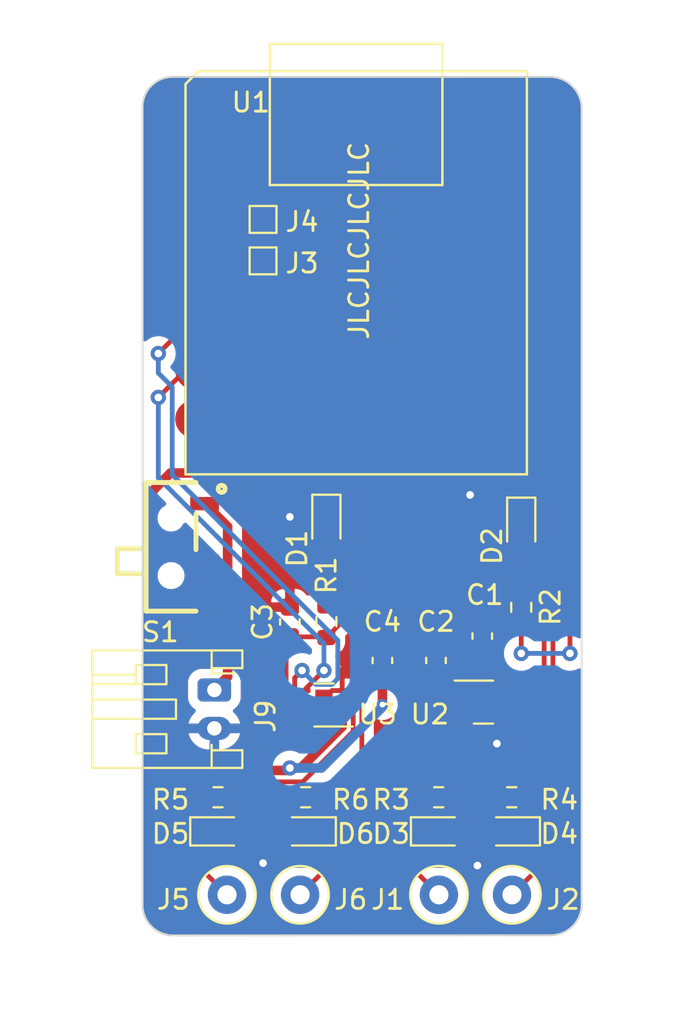
<source format=kicad_pcb>
(kicad_pcb (version 20221018) (generator pcbnew)
  (layers (0 "F.Cu" signal) (31 "B.Cu" signal) (34 "B.Paste" user) (35 "F.Paste" user) (36 "B.SilkS" user "B.Silkscreen") (37 "F.SilkS" user "F.Silkscreen") (38 "B.Mask" user) (39 "F.Mask" user) (44 "Edge.Cuts" user))
  (net 0 "")
  (net 2 "+BATT")
  (net 3 "Net-(D1-A)")
  (net 4 "Net-(D2-A)")
  (net 5 "Net-(D3-A)")
  (net 9 "/motor-driver-1b")
  (net 10 "/motor-driver-1a")
  (net 11 "/BLE-indicator-pin")
  (net 12 "+3.3V")
  (net 13 "GND")
  (net 15 "Net-(D4-A)")
  (net 16 "Net-(D5-A)")
  (net 17 "Net-(D6-A)")
  (net 18 "/motor-1-green-indicator-led")
  (net 19 "/motor-1-red-indicator-led")
  (net 20 "/motor-2-green-indicator-led")
  (net 21 "/motor-2-red-indicator-led")
  (net 22 "/motor-driver-2a")
  (net 23 "/motor-driver-2b")
  (net 24 "Net-(J9-Pin_1)")
  (footprint "LED_SMD:LED_0603_1608Metric" (layer "F.Cu") (at 62.4835 88.392 180)
    (fp_text reference "D4" (at -2.4895 -0.127) (layer "F.SilkS"))
    (fp_text value "LED")
    (fp_line (start -1.485 -0.735) (end -1.485 0.735) (stroke (width 0.12)) (layer "F.SilkS"))
    (fp_line (start -1.485 0.735) (end 0.8 0.735) (stroke (width 0.12)) (layer "F.SilkS"))
    (fp_line (start 0.8 -0.735) (end -1.485 -0.735) (stroke (width 0.12)) (layer "F.SilkS"))
    (pad "1" smd roundrect (at -0.7875 0 180) (size 0.875 0.95) (layers "F.Cu" "F.Paste" "F.Mask") (net 13 "GND"))
    (pad "2" smd roundrect (at 0.7875 0 180) (size 0.875 0.95) (layers "F.Cu" "F.Paste" "F.Mask") (net 15 "Net-(D4-A)"))
  )
  (footprint "LED_SMD:LED_0603_1608Metric" (layer "F.Cu") (at 52.832 72.3395 -90)
    (fp_text reference "D1" (at 1.3205 1.524 90) (layer "F.SilkS"))
    (fp_text value "LED")
    (fp_line (start -1.485 -0.735) (end -1.485 0.735) (stroke (width 0.12)) (layer "F.SilkS"))
    (fp_line (start -1.485 0.735) (end 0.8 0.735) (stroke (width 0.12)) (layer "F.SilkS"))
    (fp_line (start 0.8 -0.735) (end -1.485 -0.735) (stroke (width 0.12)) (layer "F.SilkS"))
    (pad "1" smd roundrect (at -0.7875 0 270) (size 0.875 0.95) (layers "F.Cu" "F.Paste" "F.Mask") (net 13 "GND"))
    (pad "2" smd roundrect (at 0.7875 0 270) (size 0.875 0.95) (layers "F.Cu" "F.Paste" "F.Mask") (net 3 "Net-(D1-A)"))
  )
  (footprint "Resistor_SMD:R_0603_1608Metric" (layer "F.Cu") (at 58.687 86.614 180)
    (fp_text reference "R3" (at 2.477 -0.127) (layer "F.SilkS"))
    (fp_text value "1k")
    (fp_line (start -0.237258 -0.5225) (end 0.237258 -0.5225) (stroke (width 0.12)) (layer "F.SilkS"))
    (fp_line (start -0.237258 0.5225) (end 0.237258 0.5225) (stroke (width 0.12)) (layer "F.SilkS"))
    (pad "1" smd roundrect (at -0.825 0 180) (size 0.8 0.95) (layers "F.Cu" "F.Paste" "F.Mask") (net 5 "Net-(D3-A)"))
    (pad "2" smd roundrect (at 0.825 0 180) (size 0.8 0.95) (layers "F.Cu" "F.Paste" "F.Mask") (net 18 "/motor-1-green-indicator-led"))
  )
  (footprint "TestPoint:TestPoint_Loop_D1.80mm_Drill1.0mm_Beaded" (layer "F.Cu") (at 47.65 91.694 90)
    (fp_text reference "J5" (at -0.254 -2.794 180) (layer "F.SilkS"))
    (fp_text value "Conn_01x01_Pin")
    (fp_circle (center 0 0) (end 1.5 0) (stroke (width 0.12)) (fill none) (layer "F.SilkS"))
    (pad "1" thru_hole circle (at 0 0 90) (size 2 2) (drill 1) (layers "*.Cu" "*.Mask") (net 20 "/motor-2-green-indicator-led"))
  )
  (footprint "LED_SMD:LED_0603_1608Metric" (layer "F.Cu") (at 58.7245 88.392)
    (fp_text reference "D3" (at -2.5145 0.127) (layer "F.SilkS"))
    (fp_text value "LED")
    (fp_line (start -1.485 -0.735) (end -1.485 0.735) (stroke (width 0.12)) (layer "F.SilkS"))
    (fp_line (start -1.485 0.735) (end 0.8 0.735) (stroke (width 0.12)) (layer "F.SilkS"))
    (fp_line (start 0.8 -0.735) (end -1.485 -0.735) (stroke (width 0.12)) (layer "F.SilkS"))
    (pad "1" smd roundrect (at -0.7875 0) (size 0.875 0.95) (layers "F.Cu" "F.Paste" "F.Mask") (net 13 "GND"))
    (pad "2" smd roundrect (at 0.7875 0) (size 0.875 0.95) (layers "F.Cu" "F.Paste" "F.Mask") (net 5 "Net-(D3-A)"))
  )
  (footprint "LED_SMD:LED_0603_1608Metric" (layer "F.Cu") (at 62.992 72.4915 -90)
    (fp_text reference "D2" (at 1.0415 1.524 90) (layer "F.SilkS"))
    (fp_text value "LED")
    (fp_line (start -1.485 -0.735) (end -1.485 0.735) (stroke (width 0.12)) (layer "F.SilkS"))
    (fp_line (start -1.485 0.735) (end 0.8 0.735) (stroke (width 0.12)) (layer "F.SilkS"))
    (fp_line (start 0.8 -0.735) (end -1.485 -0.735) (stroke (width 0.12)) (layer "F.SilkS"))
    (pad "1" smd roundrect (at -0.7875 0 270) (size 0.875 0.95) (layers "F.Cu" "F.Paste" "F.Mask") (net 13 "GND"))
    (pad "2" smd roundrect (at 0.7875 0 270) (size 0.875 0.95) (layers "F.Cu" "F.Paste" "F.Mask") (net 4 "Net-(D2-A)"))
  )
  (footprint "Connector_JST:JST_PH_S2B-PH-K_1x02_P2.00mm_Horizontal" (layer "F.Cu") (at 46.99 81.026 -90)
    (fp_text reference "J9" (at 1.365 -2.667 90) (layer "F.SilkS"))
    (fp_text value "2_pin_jst")
    (fp_line (start -2.06 -1.46) (end -2.06 6.36) (stroke (width 0.12)) (layer "F.SilkS"))
    (fp_line (start -2.06 0.14) (end -1.14 0.14) (stroke (width 0.12)) (layer "F.SilkS"))
    (fp_line (start -2.06 6.36) (end 4.06 6.36) (stroke (width 0.12)) (layer "F.SilkS"))
    (fp_line (start -1.3 2.5) (end -1.3 4.1) (stroke (width 0.12)) (layer "F.SilkS"))
    (fp_line (start -1.3 4.1) (end -0.3 4.1) (stroke (width 0.12)) (layer "F.SilkS"))
    (fp_line (start -1.14 -1.46) (end -2.06 -1.46) (stroke (width 0.12)) (layer "F.SilkS"))
    (fp_line (start -1.14 0.14) (end -1.14 -1.46) (stroke (width 0.12)) (layer "F.SilkS"))
    (fp_line (start -0.86 0.14) (end -1.14 0.14) (stroke (width 0.12)) (layer "F.SilkS"))
    (fp_line (start -0.86 0.14) (end -0.86 -1.075) (stroke (width 0.12)) (layer "F.SilkS"))
    (fp_line (start -0.8 4.1) (end -0.8 6.36) (stroke (width 0.12)) (layer "F.SilkS"))
    (fp_line (start -0.3 2.5) (end -1.3 2.5) (stroke (width 0.12)) (layer "F.SilkS"))
    (fp_line (start -0.3 4.1) (end -0.3 2.5) (stroke (width 0.12)) (layer "F.SilkS"))
    (fp_line (start -0.3 4.1) (end -0.3 6.36) (stroke (width 0.12)) (layer "F.SilkS"))
    (fp_line (start 0.5 2) (end 1.5 2) (stroke (width 0.12)) (layer "F.SilkS"))
    (fp_line (start 0.5 6.36) (end 0.5 2) (stroke (width 0.12)) (layer "F.SilkS"))
    (fp_line (start 1.5 2) (end 1.5 6.36) (stroke (width 0.12)) (layer "F.SilkS"))
    (fp_line (start 2.3 2.5) (end 3.3 2.5) (stroke (width 0.12)) (layer "F.SilkS"))
    (fp_line (start 2.3 4.1) (end 2.3 2.5) (stroke (width 0.12)) (layer "F.SilkS"))
    (fp_line (start 3.14 -1.46) (end 3.14 0.14) (stroke (width 0.12)) (layer "F.SilkS"))
    (fp_line (start 3.14 0.14) (end 2.86 0.14) (stroke (width 0.12)) (layer "F.SilkS"))
    (fp_line (start 3.3 2.5) (end 3.3 4.1) (stroke (width 0.12)) (layer "F.SilkS"))
    (fp_line (start 3.3 4.1) (end 2.3 4.1) (stroke (width 0.12)) (layer "F.SilkS"))
    (fp_line (start 4.06 -1.46) (end 3.14 -1.46) (stroke (width 0.12)) (layer "F.SilkS"))
    (fp_line (start 4.06 0.14) (end 3.14 0.14) (stroke (width 0.12)) (layer "F.SilkS"))
    (fp_line (start 4.06 6.36) (end 4.06 -1.46) (stroke (width 0.12)) (layer "F.SilkS"))
    (pad "1" thru_hole roundrect (at 0 0 270) (size 1.2 1.75) (drill 0.75) (layers "*.Cu" "*.Mask") (roundrect_rratio 0.2083333333) (net 24 "Net-(J9-Pin_1)"))
    (pad "2" thru_hole oval (at 2 0 270) (size 1.2 1.75) (drill 0.75) (layers "*.Cu" "*.Mask") (net 13 "GND"))
  )
  (footprint "LED_SMD:LED_0603_1608Metric" (layer "F.Cu") (at 51.8405 88.392 180)
    (fp_text reference "D6" (at -2.5155 -0.127) (layer "F.SilkS"))
    (fp_text value "LED")
    (fp_line (start -1.485 -0.735) (end -1.485 0.735) (stroke (width 0.12)) (layer "F.SilkS"))
    (fp_line (start -1.485 0.735) (end 0.8 0.735) (stroke (width 0.12)) (layer "F.SilkS"))
    (fp_line (start 0.8 -0.735) (end -1.485 -0.735) (stroke (width 0.12)) (layer "F.SilkS"))
    (pad "1" smd roundrect (at -0.7875 0 180) (size 0.875 0.95) (layers "F.Cu" "F.Paste" "F.Mask") (net 13 "GND"))
    (pad "2" smd roundrect (at 0.7875 0 180) (size 0.875 0.95) (layers "F.Cu" "F.Paste" "F.Mask") (net 17 "Net-(D6-A)"))
  )
  (footprint "TestPoint:TestPoint_Loop_D1.80mm_Drill1.0mm_Beaded" (layer "F.Cu") (at 62.509 91.694 90)
    (fp_text reference "J2" (at -0.254 2.667 180) (layer "F.SilkS"))
    (fp_text value "Conn_01x01_Pin")
    (fp_circle (center 0 0) (end 1.5 0) (stroke (width 0.12)) (fill none) (layer "F.SilkS"))
    (pad "1" thru_hole circle (at 0 0 90) (size 2 2) (drill 1) (layers "*.Cu" "*.Mask") (net 19 "/motor-1-red-indicator-led"))
  )
  (footprint "TestPoint:TestPoint_Loop_D1.80mm_Drill1.0mm_Beaded" (layer "F.Cu") (at 51.46 91.694 90)
    (fp_text reference "J6" (at -0.254 2.642 180) (layer "F.SilkS"))
    (fp_text value "Conn_01x01_Pin")
    (fp_circle (center 0 0) (end 1.5 0) (stroke (width 0.12)) (fill none) (layer "F.SilkS"))
    (pad "1" thru_hole circle (at 0 0 90) (size 2 2) (drill 1) (layers "*.Cu" "*.Mask") (net 21 "/motor-2-red-indicator-led"))
  )
  (footprint "Resistor_SMD:R_0603_1608Metric" (layer "F.Cu") (at 52.832 77.47 -90)
    (fp_text reference "R1" (at -2.413 0 90) (layer "F.SilkS"))
    (fp_text value "1k")
    (fp_line (start -0.237258 -0.5225) (end 0.237258 -0.5225) (stroke (width 0.12)) (layer "F.SilkS"))
    (fp_line (start -0.237258 0.5225) (end 0.237258 0.5225) (stroke (width 0.12)) (layer "F.SilkS"))
    (pad "1" smd roundrect (at -0.825 0 270) (size 0.8 0.95) (layers "F.Cu" "F.Paste" "F.Mask") (net 3 "Net-(D1-A)"))
    (pad "2" smd roundrect (at 0.825 0 270) (size 0.8 0.95) (layers "F.Cu" "F.Paste" "F.Mask") (net 12 "+3.3V"))
  )
  (footprint "Capacitor_SMD:C_0603_1608Metric" (layer "F.Cu") (at 58.547 79.489 90)
    (fp_text reference "C2" (at 2.019 0 180) (layer "F.SilkS"))
    (fp_text value "0.1 uF")
    (fp_line (start -0.14058 -0.51) (end 0.14058 -0.51) (stroke (width 0.12)) (layer "F.SilkS"))
    (fp_line (start -0.14058 0.51) (end 0.14058 0.51) (stroke (width 0.12)) (layer "F.SilkS"))
    (pad "1" smd roundrect (at -0.775 0 90) (size 0.9 0.95) (layers "F.Cu" "F.Paste" "F.Mask") (net 2 "+BATT"))
    (pad "2" smd roundrect (at 0.775 0 90) (size 0.9 0.95) (layers "F.Cu" "F.Paste" "F.Mask") (net 13 "GND"))
  )
  (footprint "Resistor_SMD:R_0603_1608Metric" (layer "F.Cu") (at 51.752 86.614)
    (fp_text reference "R6" (at 2.35 0.127) (layer "F.SilkS"))
    (fp_text value "1k")
    (fp_line (start -0.237258 -0.5225) (end 0.237258 -0.5225) (stroke (width 0.12)) (layer "F.SilkS"))
    (fp_line (start -0.237258 0.5225) (end 0.237258 0.5225) (stroke (width 0.12)) (layer "F.SilkS"))
    (pad "1" smd roundrect (at -0.825 0) (size 0.8 0.95) (layers "F.Cu" "F.Paste" "F.Mask") (net 17 "Net-(D6-A)"))
    (pad "2" smd roundrect (at 0.825 0) (size 0.8 0.95) (layers "F.Cu" "F.Paste" "F.Mask") (net 21 "/motor-2-red-indicator-led"))
  )
  (footprint "TestPoint:TestPoint_Pad_1.0x1.0mm" (layer "F.Cu") (at 49.53 56.515)
    (fp_text reference "J4" (at 2.032 0.127) (layer "F.SilkS"))
    (fp_text value "-battery_xiao")
    (fp_line (start -0.7 -0.7) (end 0.7 -0.7) (stroke (width 0.12)) (layer "F.SilkS"))
    (fp_line (start -0.7 0.7) (end -0.7 -0.7) (stroke (width 0.12)) (layer "F.SilkS"))
    (fp_line (start 0.7 -0.7) (end 0.7 0.7) (stroke (width 0.12)) (layer "F.SilkS"))
    (fp_line (start 0.7 0.7) (end -0.7 0.7) (stroke (width 0.12)) (layer "F.SilkS"))
    (pad "1" smd rect (at 0 0) (size 1 1) (layers "F.Cu" "F.Mask") (net 13 "GND"))
  )
  (footprint "Capacitor_SMD:C_0603_1608Metric" (layer "F.Cu") (at 60.96 78.219 90)
    (fp_text reference "C1" (at 2.146 0.127 180) (layer "F.SilkS"))
    (fp_text value "0.1 uF")
    (fp_line (start -0.14058 -0.51) (end 0.14058 -0.51) (stroke (width 0.12)) (layer "F.SilkS"))
    (fp_line (start -0.14058 0.51) (end 0.14058 0.51) (stroke (width 0.12)) (layer "F.SilkS"))
    (pad "1" smd roundrect (at -0.775 0 90) (size 0.9 0.95) (layers "F.Cu" "F.Paste" "F.Mask") (net 12 "+3.3V"))
    (pad "2" smd roundrect (at 0.775 0 90) (size 0.9 0.95) (layers "F.Cu" "F.Paste" "F.Mask") (net 13 "GND"))
  )
  (footprint "Package_SON:WSON-8-1EP_2x2mm_P0.5mm_EP0.9x1.6mm" (layer "F.Cu") (at 61.021 81.657)
    (fp_text reference "U2" (at -2.794 0.639) (layer "F.SilkS"))
    (fp_text value "DRV8837")
    (fp_line (start -1.5 -1.12) (end 0.5 -1.12) (stroke (width 0.12)) (layer "F.SilkS"))
    (fp_line (start 0.5 1.12) (end -0.5 1.12) (stroke (width 0.12)) (layer "F.SilkS"))
    (pad "1" smd rect (at -0.95 -0.75) (size 0.5 0.25) (layers "F.Cu" "F.Paste" "F.Mask") (net 2 "+BATT"))
    (pad "2" smd rect (at -0.95 -0.25) (size 0.5 0.25) (layers "F.Cu" "F.Paste" "F.Mask") (net 18 "/motor-1-green-indicator-led"))
    (pad "3" smd rect (at -0.95 0.25) (size 0.5 0.25) (layers "F.Cu" "F.Paste" "F.Mask") (net 19 "/motor-1-red-indicator-led"))
    (pad "4" smd rect (at -0.95 0.75) (size 0.5 0.25) (layers "F.Cu" "F.Paste" "F.Mask") (net 13 "GND"))
    (pad "5" smd rect (at 0.95 0.75) (size 0.5 0.25) (layers "F.Cu" "F.Paste" "F.Mask") (net 10 "/motor-driver-1a"))
    (pad "6" smd rect (at 0.95 0.25) (size 0.5 0.25) (layers "F.Cu" "F.Paste" "F.Mask") (net 9 "/motor-driver-1b"))
    (pad "7" smd rect (at 0.95 -0.25) (size 0.5 0.25) (layers "F.Cu" "F.Paste" "F.Mask") (net 12 "+3.3V"))
    (pad "8" smd rect (at 0.95 -0.75) (size 0.5 0.25) (layers "F.Cu" "F.Paste" "F.Mask") (net 12 "+3.3V"))
    (pad "9" smd rect (at 0 0) (size 0.9 1.6) (layers "F.Cu" "F.Mask") (net 13 "GND"))
  )
  (footprint "TestPoint:TestPoint_Loop_D1.80mm_Drill1.0mm_Beaded" (layer "F.Cu") (at 58.699 91.694 90)
    (fp_text reference "J1" (at -0.254 -2.667 180) (layer "F.SilkS"))
    (fp_text value "Conn_01x01_Pin")
    (fp_circle (center 0 0) (end 1.5 0) (stroke (width 0.12)) (fill none) (layer "F.SilkS"))
    (pad "1" thru_hole circle (at 0 0 90) (size 2 2) (drill 1) (layers "*.Cu" "*.Mask") (net 18 "/motor-1-green-indicator-led"))
  )
  (footprint "Capacitor_SMD:C_0603_1608Metric" (layer "F.Cu") (at 50.927 77.483 90)
    (fp_text reference "C3" (at 0 -1.43 90) (layer "F.SilkS"))
    (fp_text value "0.1 uF")
    (fp_line (start -0.14058 -0.51) (end 0.14058 -0.51) (stroke (width 0.12)) (layer "F.SilkS"))
    (fp_line (start -0.14058 0.51) (end 0.14058 0.51) (stroke (width 0.12)) (layer "F.SilkS"))
    (pad "1" smd roundrect (at -0.775 0 90) (size 0.9 0.95) (layers "F.Cu" "F.Paste" "F.Mask") (net 12 "+3.3V"))
    (pad "2" smd roundrect (at 0.775 0 90) (size 0.9 0.95) (layers "F.Cu" "F.Paste" "F.Mask") (net 13 "GND"))
  )
  (footprint "LED_SMD:LED_0603_1608Metric" (layer "F.Cu") (at 47.2175 88.392)
    (fp_text reference "D5" (at -2.5135 0.127) (layer "F.SilkS"))
    (fp_text value "LED")
    (fp_line (start -1.485 -0.735) (end -1.485 0.735) (stroke (width 0.12)) (layer "F.SilkS"))
    (fp_line (start -1.485 0.735) (end 0.8 0.735) (stroke (width 0.12)) (layer "F.SilkS"))
    (fp_line (start 0.8 -0.735) (end -1.485 -0.735) (stroke (width 0.12)) (layer "F.SilkS"))
    (pad "1" smd roundrect (at -0.7875 0) (size 0.875 0.95) (layers "F.Cu" "F.Paste" "F.Mask") (net 13 "GND"))
    (pad "2" smd roundrect (at 0.7875 0) (size 0.875 0.95) (layers "F.Cu" "F.Paste" "F.Mask") (net 16 "Net-(D5-A)"))
  )
  (footprint "Package_SON:WSON-8-1EP_2x2mm_P0.5mm_EP0.9x1.6mm" (layer "F.Cu") (at 52.705 81.807 180)
    (fp_text reference "U3" (at -2.794 -0.489) (layer "F.SilkS"))
    (fp_text value "DRV8837")
    (fp_line (start -1.5 -1.12) (end 0.5 -1.12) (stroke (width 0.12)) (layer "F.SilkS"))
    (fp_line (start 0.5 1.12) (end -0.5 1.12) (stroke (width 0.12)) (layer "F.SilkS"))
    (pad "1" smd rect (at -0.95 -0.75 180) (size 0.5 0.25) (layers "F.Cu" "F.Paste" "F.Mask") (net 2 "+BATT"))
    (pad "2" smd rect (at -0.95 -0.25 180) (size 0.5 0.25) (layers "F.Cu" "F.Paste" "F.Mask") (net 20 "/motor-2-green-indicator-led"))
    (pad "3" smd rect (at -0.95 0.25 180) (size 0.5 0.25) (layers "F.Cu" "F.Paste" "F.Mask") (net 21 "/motor-2-red-indicator-led"))
    (pad "4" smd rect (at -0.95 0.75 180) (size 0.5 0.25) (layers "F.Cu" "F.Paste" "F.Mask") (net 13 "GND"))
    (pad "5" smd rect (at 0.95 0.75 180) (size 0.5 0.25) (layers "F.Cu" "F.Paste" "F.Mask") (net 23 "/motor-driver-2b"))
    (pad "6" smd rect (at 0.95 0.25 180) (size 0.5 0.25) (layers "F.Cu" "F.Paste" "F.Mask") (net 22 "/motor-driver-2a"))
    (pad "7" smd rect (at 0.95 -0.25 180) (size 0.5 0.25) (layers "F.Cu" "F.Paste" "F.Mask") (net 12 "+3.3V"))
    (pad "8" smd rect (at 0.95 -0.75 180) (size 0.5 0.25) (layers "F.Cu" "F.Paste" "F.Mask") (net 12 "+3.3V"))
    (pad "9" smd rect (at 0 0 180) (size 0.9 1.6) (layers "F.Cu" "F.Mask") (net 13 "GND"))
  )
  (footprint "Seeeduino-XIAO:MOUDLE14P-SMD-2.54-21X17.8MM" (layer "F.Cu") (at 45.486 69.79325)
    (fp_text reference "U1" (at 3.409 -19.37425) (layer "F.SilkS"))
    (fp_text value "MOUDLE-SEEEDUINO-XIAO-ESP32C3" hide)
    (fp_line (start 0 -20.3285) (end 0 0) (stroke (width 0.127)) (layer "F.SilkS"))
    (fp_line (start 0 0) (end 17.8 0) (stroke (width 0.127)) (layer "F.SilkS"))
    (fp_line (start 0.671541 -21) (end 0 -20.3285) (stroke (width 0.127)) (layer "F.SilkS"))
    (fp_line (start 4.396 -15.072) (end 4.396 -22.425) (stroke (width 0.127)) (layer "F.SilkS"))
    (fp_line (start 4.4 -22.424) (end 13.395 -22.424) (stroke (width 0.127)) (layer "F.SilkS"))
    (fp_line (start 13.395 -22.424) (end 13.395 -15.072) (stroke (width 0.127)) (layer "F.SilkS"))
    (fp_line (start 13.395 -15.072) (end 4.396 -15.072) (stroke (width 0.127)) (layer "F.SilkS"))
    (fp_line (start 17.8 -21) (end 0.671541 -21) (stroke (width 0.127)) (layer "F.SilkS"))
    (fp_line (start 17.8 0) (end 17.8 -21) (stroke (width 0.127)) (layer "F.SilkS"))
    (pad "1" smd roundrect (at 0.835 -18.12) (size 2.75 2) (layers "F.Cu" "F.Paste" "F.Mask") (roundrect_rratio 0.5))
    (pad "2" smd roundrect (at 0.835 -15.58) (size 2.75 2) (layers "F.Cu" "F.Paste" "F.Mask") (roundrect_rratio 0.5))
    (pad "3" smd roundrect (at 0.835 -13.04) (size 2.75 2) (layers "F.Cu" "F.Paste" "F.Mask") (roundrect_rratio 0.5))
    (pad "4" smd roundrect (at 0.835 -10.5) (size 2.75 2) (layers "F.Cu" "F.Paste" "F.Mask") (roundrect_rratio 0.5))
    (pad "5" smd roundrect (at 0.835 -7.96) (size 2.75 2) (layers "F.Cu" "F.Paste" "F.Mask") (roundrect_rratio 0.5) (net 22 "/motor-driver-2a"))
    (pad "6" smd roundrect (at 0.835 -5.42) (size 2.75 2) (layers "F.Cu" "F.Paste" "F.Mask") (roundrect_rratio 0.5) (net 23 "/motor-driver-2b"))
    (pad "7" smd roundrect (at 0.835 -2.88) (size 2.75 2) (layers "F.Cu" "F.Paste" "F.Mask") (roundrect_rratio 0.5))
    (pad "8" smd roundrect (at 17 -2.88) (size 2.75 2) (layers "F.Cu" "F.Paste" "F.Mask") (roundrect_rratio 0.5))
    (pad "9" smd roundrect (at 17 -5.42) (size 2.75 2) (layers "F.Cu" "F.Paste" "F.Mask") (roundrect_rratio 0.5) (net 9 "/motor-driver-1b"))
    (pad "10" smd roundrect (at 17 -7.96) (size 2.75 2) (layers "F.Cu" "F.Paste" "F.Mask") (roundrect_rratio 0.5) (net 10 "/motor-driver-1a"))
    (pad "11" smd roundrect (at 17 -10.5) (size 2.75 2) (layers "F.Cu" "F.Paste" "F.Mask") (roundrect_rratio 0.5) (net 11 "/BLE-indicator-pin"))
    (pad "12" smd roundrect (at 17 -13.04) (size 2.75 2) (layers "F.Cu" "F.Paste" "F.Mask") (roundrect_rratio 0.5) (net 12 "+3.3V"))
    (pad "13" smd roundrect (at 17 -15.58) (size 2.75 2) (layers "F.Cu" "F.Paste" "F.Mask") (roundrect_rratio 0.5) (net 13 "GND"))
    (pad "14" smd roundrect (at 17 -18.12) (size 2.75 2) (layers "F.Cu" "F.Paste" "F.Mask") (roundrect_rratio 0.5))
    (zone (net 0) (net_name "") (layer "F.Cu") (connect_pads (clearance 0)) (min_thickness 0.01)
      (keepout (tracks not_allowed) (vias not_allowed) (pads not_allowed) (copperpour not_allowed) (footprints allowed))
      (fill (thermal_gap 0.508) (thermal_bridge_width 0.508))
      (polygon (pts (xy 49.169 48.71125) (xy 50.947 48.71125) (xy 50.947 51.37825) (xy 49.169 51.37825)))
    )
    (zone (net 0) (net_name "") (layer "F.Cu") (connect_pads (clearance 0)) (min_thickness 0.01)
      (keepout (tracks not_allowed) (vias not_allowed) (pads not_allowed) (copperpour not_allowed) (footprints allowed))
      (fill (thermal_gap 0.508) (thermal_bridge_width 0.508))
      (polygon (pts (xy 49.169 52.77525) (xy 50.947 52.77525) (xy 50.947 55.44225) (xy 49.169 55.44225)))
    )
    (zone (net 0) (net_name "") (layer "F.Cu") (connect_pads (clearance 0)) (min_thickness 0.01)
      (keepout (tracks not_allowed) (vias not_allowed) (pads not_allowed) (copperpour not_allowed) (footprints allowed))
      (fill (thermal_gap 0.508) (thermal_bridge_width 0.508))
      (polygon (pts (xy 51.836 49.47325) (xy 57.043 49.47325) (xy 57.043 56.45825) (xy 51.836 56.45825)))
    )
    (zone (net 0) (net_name "") (layer "F.Cu") (connect_pads (clearance 0)) (min_thickness 0.01)
      (keepout (tracks not_allowed) (vias not_allowed) (pads not_allowed) (copperpour not_allowed) (footprints allowed))
      (fill (thermal_gap 0.508) (thermal_bridge_width 0.508))
      (polygon (pts (xy 51.836 66.61825) (xy 57.551 66.61825) (xy 57.551 69.15825) (xy 51.836 69.15825)))
    )
    (zone (net 0) (net_name "") (layer "F.Cu") (connect_pads (clearance 0)) (min_thickness 0.01)
      (keepout (tracks not_allowed) (vias not_allowed) (pads not_allowed) (copperpour not_allowed) (footprints allowed))
      (fill (thermal_gap 0.508) (thermal_bridge_width 0.508))
      (polygon (pts (xy 55.265 58.49025) (xy 58.313 58.49025) (xy 58.313 61.53825) (xy 55.265 61.53825)))
    )
    (zone (net 0) (net_name "") (layer "F.Cu") (connect_pads (clearance 0)) (min_thickness 0.01)
      (keepout (tracks not_allowed) (vias not_allowed) (pads not_allowed) (copperpour not_allowed) (footprints allowed))
      (fill (thermal_gap 0.508) (thermal_bridge_width 0.508))
      (polygon (pts (xy 57.805 48.71125) (xy 59.583 48.71125) (xy 59.583 51.37825) (xy 57.805 51.37825)))
    )
    (zone (net 0) (net_name "") (layer "F.Cu") (connect_pads (clearance 0)) (min_thickness 0.01)
      (keepout (tracks not_allowed) (vias not_allowed) (pads not_allowed) (copperpour not_allowed) (footprints allowed))
      (fill (thermal_gap 0.508) (thermal_bridge_width 0.508))
      (polygon (pts (xy 57.805 52.77525) (xy 59.583 52.77525) (xy 59.583 55.44225) (xy 57.805 55.44225)))
    )
  )
  (footprint "Switch-Alpine:SSSS810701" (layer "F.Cu") (at 46.482 74.319 -90)
    (fp_text reference "S1" (at 3.695 2.311665 -180) (layer "F.SilkS") (effects (font (thickness 0.15) bold)))
    (fp_text value "SSSS810701" hide)
    (fp_line (start -4.1 3.05) (end -4.1 0.45) (stroke (width 0.254)) (layer "F.SilkS"))
    (fp_line (start -2.45367 0.45) (end -0.60467 0.45) (stroke (width 0.254)) (layer "F.SilkS"))
    (fp_line (start -0.65 3.05) (end -0.65 4.55) (stroke (width 0.254)) (layer "F.SilkS"))
    (fp_line (start -0.65 4.55) (end 0.65 4.55) (stroke (width 0.254)) (layer "F.SilkS"))
    (fp_line (start 0.65 4.55) (end 0.65 3.05) (stroke (width 0.254)) (layer "F.SilkS"))
    (fp_line (start 2.6 0.45) (end 2.6 3.05) (stroke (width 0.254)) (layer "F.SilkS"))
    (fp_line (start 2.6 3.05) (end -4.1 3.05) (stroke (width 0.254)) (layer "F.SilkS"))
    (fp_circle (center -3.77033 -0.88867) (end -3.77033 -0.83467) (stroke (width 0.254)) (fill none) (layer "F.SilkS"))
    (pad "" np_thru_hole circle (at -2.25 1.75 270) (size 0.9 0.9) (drill 0.9) (layers "*.Cu" "*.Mask"))
    (pad "" np_thru_hole circle (at 0.75 1.75 270) (size 0.9 0.9) (drill 0.9) (layers "*.Cu" "*.Mask"))
    (pad "1" smd rect (at -3 0 270) (size 0.7 1.5) (layers "F.Cu" "F.Paste" "F.Mask") (net 24 "Net-(J9-Pin_1)"))
    (pad "2" smd rect (at 0 0 270) (size 0.7 1.5) (layers "F.Cu" "F.Paste" "F.Mask") (net 2 "+BATT"))
    (pad "3" smd rect (at 1.5 0 270) (size 0.7 1.5) (layers "F.Cu" "F.Paste" "F.Mask"))
  )
  (footprint "Resistor_SMD:R_0603_1608Metric" (layer "F.Cu") (at 62.992 76.721 -90)
    (fp_text reference "R2" (at -0.013 -1.524 90) (layer "F.SilkS"))
    (fp_text value "1k")
    (fp_line (start -0.237258 -0.5225) (end 0.237258 -0.5225) (stroke (width 0.12)) (layer "F.SilkS"))
    (fp_line (start -0.237258 0.5225) (end 0.237258 0.5225) (stroke (width 0.12)) (layer "F.SilkS"))
    (pad "1" smd roundrect (at -0.825 0 270) (size 0.8 0.95) (layers "F.Cu" "F.Paste" "F.Mask") (net 4 "Net-(D2-A)"))
    (pad "2" smd roundrect (at 0.825 0 270) (size 0.8 0.95) (layers "F.Cu" "F.Paste" "F.Mask") (net 11 "/BLE-indicator-pin"))
  )
  (footprint "Capacitor_SMD:C_0603_1608Metric" (layer "F.Cu") (at 55.753 79.489 90)
    (fp_text reference "C4" (at 2.019 0 180) (layer "F.SilkS"))
    (fp_text value "0.1 uF")
    (fp_line (start -0.14058 -0.51) (end 0.14058 -0.51) (stroke (width 0.12)) (layer "F.SilkS"))
    (fp_line (start -0.14058 0.51) (end 0.14058 0.51) (stroke (width 0.12)) (layer "F.SilkS"))
    (pad "1" smd roundrect (at -0.775 0 90) (size 0.9 0.95) (layers "F.Cu" "F.Paste" "F.Mask") (net 2 "+BATT"))
    (pad "2" smd roundrect (at 0.775 0 90) (size 0.9 0.95) (layers "F.Cu" "F.Paste" "F.Mask") (net 13 "GND"))
  )
  (footprint "Resistor_SMD:R_0603_1608Metric" (layer "F.Cu") (at 47.18 86.614 180)
    (fp_text reference "R5" (at 2.476 -0.127) (layer "F.SilkS"))
    (fp_text value "1k")
    (fp_line (start -0.237258 -0.5225) (end 0.237258 -0.5225) (stroke (width 0.12)) (layer "F.SilkS"))
    (fp_line (start -0.237258 0.5225) (end 0.237258 0.5225) (stroke (width 0.12)) (layer "F.SilkS"))
    (pad "1" smd roundrect (at -0.825 0 180) (size 0.8 0.95) (layers "F.Cu" "F.Paste" "F.Mask") (net 16 "Net-(D5-A)"))
    (pad "2" smd roundrect (at 0.825 0 180) (size 0.8 0.95) (layers "F.Cu" "F.Paste" "F.Mask") (net 20 "/motor-2-green-indicator-led"))
  )
  (footprint "Resistor_SMD:R_0603_1608Metric" (layer "F.Cu") (at 62.497 86.614)
    (fp_text reference "R4" (at 2.476 0.127) (layer "F.SilkS"))
    (fp_text value "1k")
    (fp_line (start -0.237258 -0.5225) (end 0.237258 -0.5225) (stroke (width 0.12)) (layer "F.SilkS"))
    (fp_line (start -0.237258 0.5225) (end 0.237258 0.5225) (stroke (width 0.12)) (layer "F.SilkS"))
    (pad "1" smd roundrect (at -0.825 0) (size 0.8 0.95) (layers "F.Cu" "F.Paste" "F.Mask") (net 15 "Net-(D4-A)"))
    (pad "2" smd roundrect (at 0.825 0) (size 0.8 0.95) (layers "F.Cu" "F.Paste" "F.Mask") (net 19 "/motor-1-red-indicator-led"))
  )
  (footprint "TestPoint:TestPoint_Pad_1.0x1.0mm" (layer "F.Cu") (at 49.53 58.674)
    (fp_text reference "J3" (at 2.032 0.127) (layer "F.SilkS"))
    (fp_text value "+battery_xiao")
    (fp_line (start -0.7 -0.7) (end 0.7 -0.7) (stroke (width 0.12)) (layer "F.SilkS"))
    (fp_line (start -0.7 0.7) (end -0.7 -0.7) (stroke (width 0.12)) (layer "F.SilkS"))
    (fp_line (start 0.7 -0.7) (end 0.7 0.7) (stroke (width 0.12)) (layer "F.SilkS"))
    (fp_line (start 0.7 0.7) (end -0.7 0.7) (stroke (width 0.12)) (layer "F.SilkS"))
    (pad "1" smd rect (at 0 0) (size 1 1) (layers "F.Cu" "F.Mask") (net 2 "+BATT"))
  )
  (gr_line (start 44.816431 49.092) (end 64.479769 49.09) (stroke (width 0.1)) (layer "Edge.Cuts"))
  (gr_arc (start 66.1394 92.191169) (mid 65.668185 93.328785) (end 64.530569 93.8) (stroke (width 0.1)) (layer "Edge.Cuts"))
  (gr_arc (start 44.841831 93.8084) (mid 43.716236 93.342164) (end 43.25 92.216569) (stroke (width 0.1)) (layer "Edge.Cuts"))
  (gr_line (start 66.1394 92.191169) (end 66.1394 50.713795) (stroke (width 0.1)) (layer "Edge.Cuts"))
  (gr_line (start 43.25 92.216569) (end 43.25 50.658431) (stroke (width 0.1)) (layer "Edge.Cuts"))
  (gr_arc (start 43.25 50.658431) (mid 43.708797 49.550797) (end 44.816431 49.092) (stroke (width 0.1)) (layer "Edge.Cuts"))
  (gr_line (start 64.530569 93.8) (end 44.841831 93.8084) (stroke (width 0.1)) (layer "Edge.Cuts"))
  (gr_arc (start 64.479769 49.09) (mid 65.640704 49.56347) (end 66.1394 50.713795) (stroke (width 0.1)) (layer "Edge.Cuts"))
  (gr_text "JLCJLCJLCJLC" (at 55.118 62.865 90) (layer "F.SilkS") (effects (font (size 1 1)) (justify left bottom)))
  (segment (start 43.904503 72.898) (end 43.782 72.898) (width 0.5) (layer "F.Cu") (net 2))
  (segment (start 59.428 80.264) (end 59.996 80.832) (width 0.5) (layer "F.Cu") (net 2))
  (segment (start 45.466 85.217) (end 43.782 83.533) (width 0.5) (layer "F.Cu") (net 2))
  (segment (start 45.301503 74.295) (end 43.904503 72.898) (width 0.5) (layer "F.Cu") (net 2))
  (segment (start 47.625 69.723) (end 48.83 68.518) (width 0.5) (layer "F.Cu") (net 2))
  (segment (start 51.4975 85.0895) (end 53.655 82.932) (width 0.5) (layer "F.Cu") (net 2))
  (segment (start 44.704 69.723) (end 47.625 69.723) (width 0.5) (layer "F.Cu") (net 2))
  (segment (start 48.83 59.374) (end 49.53 58.674) (width 0.5) (layer "F.Cu") (net 2))
  (segment (start 46.482 74.319) (end 46.458 74.295) (width 0.5) (layer "F.Cu") (net 2))
  (segment (start 59.996 80.832) (end 60.071 80.832) (width 0.5) (layer "F.Cu") (net 2))
  (segment (start 58.547 80.264) (end 59.428 80.264) (width 0.5) (layer "F.Cu") (net 2))
  (segment (start 50.927 85.0895) (end 51.4975 85.0895) (width 0.5) (layer "F.Cu") (net 2))
  (segment (start 55.753 80.264) (end 58.547 80.264) (width 0.5) (layer "F.Cu") (net 2))
  (segment (start 43.782 83.533) (end 43.782 70.645) (width 0.5) (layer "F.Cu") (net 2))
  (segment (start 53.655 82.932) (end 53.655 82.677) (width 0.5) (layer "F.Cu") (net 2))
  (segment (start 48.83 68.518) (end 48.83 59.374) (width 0.5) (layer "F.Cu") (net 2))
  (segment (start 43.782 70.645) (end 44.704 69.723) (width 0.5) (layer "F.Cu") (net 2))
  (segment (start 46.458 74.295) (end 45.301503 74.295) (width 0.5) (layer "F.Cu") (net 2))
  (segment (start 50.7995 85.217) (end 45.466 85.217) (width 0.5) (layer "F.Cu") (net 2))
  (segment (start 50.927 85.0895) (end 50.7995 85.217) (width 0.5) (layer "F.Cu") (net 2))
  (segment (start 55.753 81.788) (end 55.753 80.264) (width 0.5) (layer "F.Cu") (net 2))
  (via (at 50.927 85.0895) (size 0.8) (drill 0.4) (layers "F.Cu" "B.Cu") (net 2))
  (via (at 55.753 81.788) (size 0.6) (drill 0.3) (layers "F.Cu" "B.Cu") (net 2))
  (segment (start 52.5785 85.0895) (end 55.753 81.915) (width 0.5) (layer "B.Cu") (net 2))
  (segment (start 55.753 81.915) (end 55.753 81.788) (width 0.5) (layer "B.Cu") (net 2))
  (segment (start 50.927 85.0895) (end 52.5785 85.0895) (width 0.5) (layer "B.Cu") (net 2))
  (segment (start 52.832 73.127) (end 52.832 76.645) (width 0.25) (layer "F.Cu") (net 3))
  (segment (start 62.992 73.279) (end 62.992 75.896) (width 0.25) (layer "F.Cu") (net 4))
  (segment (start 59.512 86.614) (end 59.512 88.392) (width 0.5) (layer "F.Cu") (net 5))
  (segment (start 62.496 81.907) (end 61.971 81.907) (width 0.25) (layer "F.Cu") (net 9))
  (segment (start 64.186 80.217) (end 62.496 81.907) (width 0.25) (layer "F.Cu") (net 9))
  (segment (start 62.486 64.37325) (end 64.186 66.07325) (width 0.25) (layer "F.Cu") (net 9))
  (segment (start 64.186 66.07325) (end 64.186 80.217) (width 0.25) (layer "F.Cu") (net 9))
  (segment (start 61.971 82.407) (end 62.632396 82.407) (width 0.25) (layer "F.Cu") (net 10))
  (segment (start 64.643 63.99025) (end 62.486 61.83325) (width 0.25) (layer "F.Cu") (net 10))
  (segment (start 62.632396 82.407) (end 64.643 80.396396) (width 0.25) (layer "F.Cu") (net 10))
  (segment (start 64.643 80.396396) (end 64.643 63.99025) (width 0.25) (layer "F.Cu") (net 10))
  (segment (start 62.992 77.546) (end 62.992 79.121) (width 0.25) (layer "F.Cu") (net 11))
  (segment (start 65.532 62.33925) (end 62.486 59.29325) (width 0.25) (layer "F.Cu") (net 11))
  (segment (start 65.532 79.121) (end 65.532 62.33925) (width 0.25) (layer "F.Cu") (net 11))
  (via (at 65.532 79.121) (size 0.8) (drill 0.4) (layers "F.Cu" "B.Cu") (net 11))
  (via (at 62.992 79.121) (size 0.8) (drill 0.4) (layers "F.Cu" "B.Cu") (net 11))
  (segment (start 62.992 79.121) (end 65.532 79.121) (width 0.25) (layer "B.Cu") (net 11))
  (segment (start 50.927 78.258) (end 52.795 78.258) (width 0.25) (layer "F.Cu") (net 12))
  (segment (start 60.071 67.183) (end 60.071 58.801) (width 0.5) (layer "F.Cu") (net 12))
  (segment (start 61.976 76.2) (end 61.976 77.978) (width 0.25) (layer "F.Cu") (net 12))
  (segment (start 50.73 81.718) (end 50.73 78.455) (width 0.25) (layer "F.Cu") (net 12))
  (segment (start 56.515 70.739) (end 61.976 76.2) (width 0.25) (layer "F.Cu") (net 12))
  (segment (start 56.515 70.739) (end 60.071 67.183) (width 0.5) (layer "F.Cu") (net 12))
  (segment (start 60.96 78.994) (end 61.971 80.005) (width 0.25) (layer "F.Cu") (net 12))
  (segment (start 62.486 56.75325) (end 62.11875 56.75325) (width 0.25) (layer "F.Cu") (net 12))
  (segment (start 61.971 81.407) (end 61.971 80.907) (width 0.25) (layer "F.Cu") (net 12))
  (segment (start 54.356 72.898) (end 56.515 70.739) (width 0.25) (layer "F.Cu") (net 12))
  (segment (start 52.832 78.295) (end 54.356 76.771) (width 0.25) (layer "F.Cu") (net 12))
  (segment (start 61.971 80.005) (end 61.971 80.907) (width 0.25) (layer "F.Cu") (net 12))
  (segment (start 52.795 78.258) (end 52.832 78.295) (width 0.25) (layer "F.Cu") (net 12))
  (segment (start 51.569 82.557) (end 51.755 82.557) (width 0.25) (layer "F.Cu") (net 12))
  (segment (start 51.755 82.057) (end 51.755 82.557) (width 0.25) (layer "F.Cu") (net 12))
  (segment (start 50.73 78.455) (end 50.927 78.258) (width 0.25) (layer "F.Cu") (net 12))
  (segment (start 61.976 77.978) (end 60.96 78.994) (width 0.25) (layer "F.Cu") (net 12))
  (segment (start 50.73 81.718) (end 51.569 82.557) (width 0.25) (layer "F.Cu") (net 12))
  (segment (start 54.356 76.771) (end 54.356 72.898) (width 0.25) (layer "F.Cu") (net 12))
  (segment (start 60.071 58.801) (end 62.11875 56.75325) (width 0.5) (layer "F.Cu") (net 12))
  (segment (start 60.596 82.407) (end 61.021 81.982) (width 0.25) (layer "F.Cu") (net 13))
  (segment (start 62.814 71.882) (end 62.992 71.704) (width 0.25) (layer "F.Cu") (net 13))
  (segment (start 46.43 88.392) (end 48.081 90.043) (width 0.5) (layer "F.Cu") (net 13))
  (segment (start 58.547 78.714) (end 58.903 78.714) (width 0.25) (layer "F.Cu") (net 13))
  (segment (start 53.655 81.057) (end 53.655 79.954116) (width 0.25) (layer "F.Cu") (net 13))
  (segment (start 50.977 90.043) (end 49.53 90.043) (width 0.5) (layer "F.Cu") (net 13))
  (segment (start 53.655 81.057) (end 53.13 81.057) (width 0.25) (layer "F.Cu") (net 13))
  (segment (start 52.628 88.392) (end 50.977 90.043) (width 0.5) (layer "F.Cu") (net 13))
  (segment (start 48.081 90.043) (end 49.53 90.043) (width 0.5) (layer "F.Cu") (net 13))
  (segment (start 53.13 81.057) (end 52.705 81.482) (width 0.25) (layer "F.Cu") (net 13))
  (segment (start 61.021 81.982) (end 61.021 81.657) (width 0.25) (layer "F.Cu") (net 13))
  (segment (start 61.021 80.832) (end 61.021 81.657) (width 0.25) (layer "F.Cu") (net 13))
  (segment (start 57.937 88.392) (end 59.715 90.17) (width 0.5) (layer "F.Cu") (net 13))
  (segment (start 61.493 90.17) (end 60.706 90.17) (width 0.5) (layer "F.Cu") (net 13))
  (segment (start 55.753 78.714) (end 58.547 78.714) (width 0.25) (layer "F.Cu") (net 13))
  (segment (start 54.895116 78.714) (end 55.753 78.714) (width 0.25) (layer "F.Cu") (net 13))
  (segment (start 59.715 90.17) (end 60.706 90.17) (width 0.5) (layer "F.Cu") (net 13))
  (segment (start 61.021 81.657) (end 61.021 83.119) (width 0.5) (layer "F.Cu") (net 13))
  (segment (start 63.271 88.392) (end 61.493 90.17) (width 0.5) (layer "F.Cu") (net 13))
  (segment (start 59.817 77.444) (end 58.547 78.714) (width 0.25) (layer "F.Cu") (net 13))
  (segment (start 58.903 78.714) (end 61.021 80.832) (width 0.25) (layer "F.Cu") (net 13))
  (segment (start 60.071 82.407) (end 60.596 82.407) (width 0.25) (layer "F.Cu") (net 13))
  (segment (start 53.655 79.954116) (end 54.895116 78.714) (width 0.25) (layer "F.Cu") (net 13))
  (segment (start 61.021 83.119) (end 61.722 83.82) (width 0.5) (layer "F.Cu") (net 13))
  (segment (start 60.96 77.444) (end 59.817 77.444) (width 0.25) (layer "F.Cu") (net 13))
  (via (at 49.53 90.043) (size 0.8) (drill 0.4) (layers "F.Cu" "B.Cu") (net 13))
  (via (at 50.927 72.009) (size 0.8) (drill 0.4) (layers "F.Cu" "B.Cu") (net 13))
  (via (at 60.325 70.866) (size 0.8) (drill 0.4) (layers "F.Cu" "B.Cu") (net 13))
  (via (at 61.722 83.82) (size 0.8) (drill 0.4) (layers "F.Cu" "B.Cu") (net 13))
  (via (at 60.706 90.17) (size 0.8) (drill 0.4) (layers "F.Cu" "B.Cu") (net 13))
  (segment (start 61.722 83.82) (end 61.722 89.154) (width 0.5) (layer "B.Cu") (net 13))
  (segment (start 49.53 90.043) (end 60.579 90.043) (width 0.5) (layer "B.Cu") (net 13))
  (segment (start 60.579 90.043) (end 60.706 90.17) (width 0.25) (layer "B.Cu") (net 13))
  (segment (start 61.722 89.154) (end 60.706 90.17) (width 0.5) (layer "B.Cu") (net 13))
  (segment (start 61.672 88.368) (end 61.696 88.392) (width 0.5) (layer "F.Cu") (net 15))
  (segment (start 61.672 86.614) (end 61.672 88.368) (width 0.5) (layer "F.Cu") (net 15))
  (segment (start 48.005 86.614) (end 48.005 88.392) (width 0.5) (layer "F.Cu") (net 16))
  (segment (start 50.927 86.614) (end 50.927 88.266) (width 0.5) (layer "F.Cu") (net 17))
  (segment (start 50.927 88.266) (end 51.053 88.392) (width 0.5) (layer "F.Cu") (net 17))
  (segment (start 57.0495 90.0445) (end 57.0495 87.4265) (width 0.25) (layer "F.Cu") (net 18))
  (segment (start 57.0495 87.4265) (end 57.862 86.614) (width 0.25) (layer "F.Cu") (net 18))
  (segment (start 58.699 91.694) (end 57.0495 90.0445) (width 0.25) (layer "F.Cu") (net 18))
  (segment (start 59.409604 81.407) (end 57.862 82.954604) (width 0.25) (layer "F.Cu") (net 18))
  (segment (start 60.071 81.407) (end 59.409604 81.407) (width 0.25) (layer "F.Cu") (net 18))
  (segment (start 57.862 82.954604) (end 57.862 86.614) (width 0.25) (layer "F.Cu") (net 18))
  (segment (start 64.1585 87.4505) (end 63.322 86.614) (width 0.25) (layer "F.Cu") (net 19))
  (segment (start 62.509 91.694) (end 64.1585 90.0445) (width 0.25) (layer "F.Cu") (net 19))
  (segment (start 59.436 82.728) (end 63.322 86.614) (width 0.25) (layer "F.Cu") (net 19))
  (segment (start 59.546 81.907) (end 59.436 82.017) (width 0.25) (layer "F.Cu") (net 19))
  (segment (start 59.436 82.017) (end 59.436 82.728) (width 0.25) (layer "F.Cu") (net 19))
  (segment (start 60.071 81.907) (end 59.546 81.907) (width 0.25) (layer "F.Cu") (net 19))
  (segment (start 64.1585 90.0445) (end 64.1585 87.4505) (width 0.25) (layer "F.Cu") (net 19))
  (segment (start 47.155 85.814) (end 46.355 86.614) (width 0.25) (layer "F.Cu") (net 20))
  (segment (start 45.5425 87.4265) (end 46.355 86.614) (width 0.25) (layer "F.Cu") (net 20))
  (segment (start 53.655 82.057) (end 54.18 82.057) (width 0.25) (layer "F.Cu") (net 20))
  (segment (start 54.18 82.057) (end 54.23 82.107) (width 0.25) (layer "F.Cu") (net 20))
  (segment (start 45.5425 89.5865) (end 45.5425 87.4265) (width 0.25) (layer "F.Cu") (net 20))
  (segment (start 47.65 91.694) (end 45.5425 89.5865) (width 0.25) (layer "F.Cu") (net 20))
  (segment (start 54.23 83.184) (end 51.6 85.814) (width 0.25) (layer "F.Cu") (net 20))
  (segment (start 51.6 85.814) (end 47.155 85.814) (width 0.25) (layer "F.Cu") (net 20))
  (segment (start 54.23 82.107) (end 54.23 83.184) (width 0.25) (layer "F.Cu") (net 20))
  (segment (start 53.848 89.306) (end 51.46 91.694) (width 0.25) (layer "F.Cu") (net 21))
  (segment (start 54.316396 81.557) (end 54.68 81.920604) (width 0.25) (layer "F.Cu") (net 21))
  (segment (start 54.68 84.511) (end 52.577 86.614) (width 0.25) (layer "F.Cu") (net 21))
  (segment (start 54.68 81.920604) (end 54.68 84.511) (width 0.25) (layer "F.Cu") (net 21))
  (segment (start 53.655 81.557) (end 54.316396 81.557) (width 0.25) (layer "F.Cu") (net 21))
  (segment (start 53.848 88.011) (end 53.848 89.306) (width 0.25) (layer "F.Cu") (net 21))
  (segment (start 52.577 86.614) (end 52.577 86.74) (width 0.25) (layer "F.Cu") (net 21))
  (segment (start 52.577 86.74) (end 53.848 88.011) (width 0.25) (layer "F.Cu") (net 21))
  (segment (start 51.331 81.557) (end 51.755 81.557) (width 0.25) (layer "F.Cu") (net 22))
  (segment (start 46.321 61.83325) (end 45.73575 61.83325) (width 0.25) (layer "F.Cu") (net 22))
  (segment (start 51.18 80.392) (end 51.18 81.406) (width 0.25) (layer "F.Cu") (net 22))
  (segment (start 51.562 80.01) (end 51.18 80.392) (width 0.25) (layer "F.Cu") (net 22))
  (segment (start 45.73575 61.83325) (end 44.069 63.5) (width 0.25) (layer "F.Cu") (net 22))
  (segment (start 51.18 81.406) (end 51.331 81.557) (width 0.25) (layer "F.Cu") (net 22))
  (via (at 51.562 80.01) (size 0.8) (drill 0.4) (layers "F.Cu" "B.Cu") (net 22))
  (via (at 44.069 63.5) (size 0.8) (drill 0.4) (layers "F.Cu" "B.Cu") (net 22))
  (segment (start 44.069 64.516) (end 44.794 65.241) (width 0.25) (layer "B.Cu") (net 22))
  (segment (start 52.287 80.735) (end 51.562 80.01) (width 0.25) (layer "B.Cu") (net 22))
  (segment (start 44.069 63.5) (end 44.069 64.516) (width 0.25) (layer "B.Cu") (net 22))
  (segment (start 44.794 65.241) (end 44.794 69.813) (width 0.25) (layer "B.Cu") (net 22))
  (segment (start 44.794 69.813) (end 53.43 78.449) (width 0.25) (layer "B.Cu") (net 22))
  (segment (start 53.43 78.449) (end 53.43 80.428) (width 0.25) (layer "B.Cu") (net 22))
  (segment (start 53.43 80.428) (end 53.123 80.735) (width 0.25) (layer "B.Cu") (net 22))
  (segment (start 53.123 80.735) (end 52.287 80.735) (width 0.25) (layer "B.Cu") (net 22))
  (segment (start 46.321 64.37325) (end 45.48175 64.37325) (width 0.25) (layer "F.Cu") (net 23))
  (segment (start 52.705 80.01) (end 51.755 80.96) (width 0.25) (layer "F.Cu") (net 23))
  (segment (start 51.755 80.96) (end 51.755 81.057) (width 0.25) (layer "F.Cu") (net 23))
  (segment (start 45.48175 64.37325) (end 44.069 65.786) (width 0.25) (layer "F.Cu") (net 23))
  (via (at 52.705 80.01) (size 0.8) (drill 0.4) (layers "F.Cu" "B.Cu") (net 23))
  (via (at 44.069 65.786) (size 0.8) (drill 0.4) (layers "F.Cu" "B.Cu") (net 23))
  (segment (start 44.069 65.786) (end 44.069 69.977) (width 0.25) (layer "B.Cu") (net 23))
  (segment (start 44.069 69.977) (end 52.705 78.613) (width 0.25) (layer "B.Cu") (net 23))
  (segment (start 52.705 78.613) (end 52.705 80.01) (width 0.25) (layer "B.Cu") (net 23))
  (segment (start 47.682 80.334) (end 47.682 72.519) (width 0.5) (layer "F.Cu") (net 24))
  (segment (start 46.99 81.026) (end 47.682 80.334) (width 0.5) (layer "F.Cu") (net 24))
  (segment (start 47.682 72.519) (end 46.482 71.319) (width 0.5) (layer "F.Cu") (net 24))
  (zone (net 13) (net_name "GND") (layers "F&B.Cu") (connect_pads (clearance 0.5)) (min_thickness 0.25) (fill yes (thermal_gap 0.5) (thermal_bridge_width 0.5))
    (polygon (pts (xy 35.814 45.085) (xy 71.374 45.085) (xy 71.374 98.425) (xy 35.814 98.425)))
  )
)
</source>
